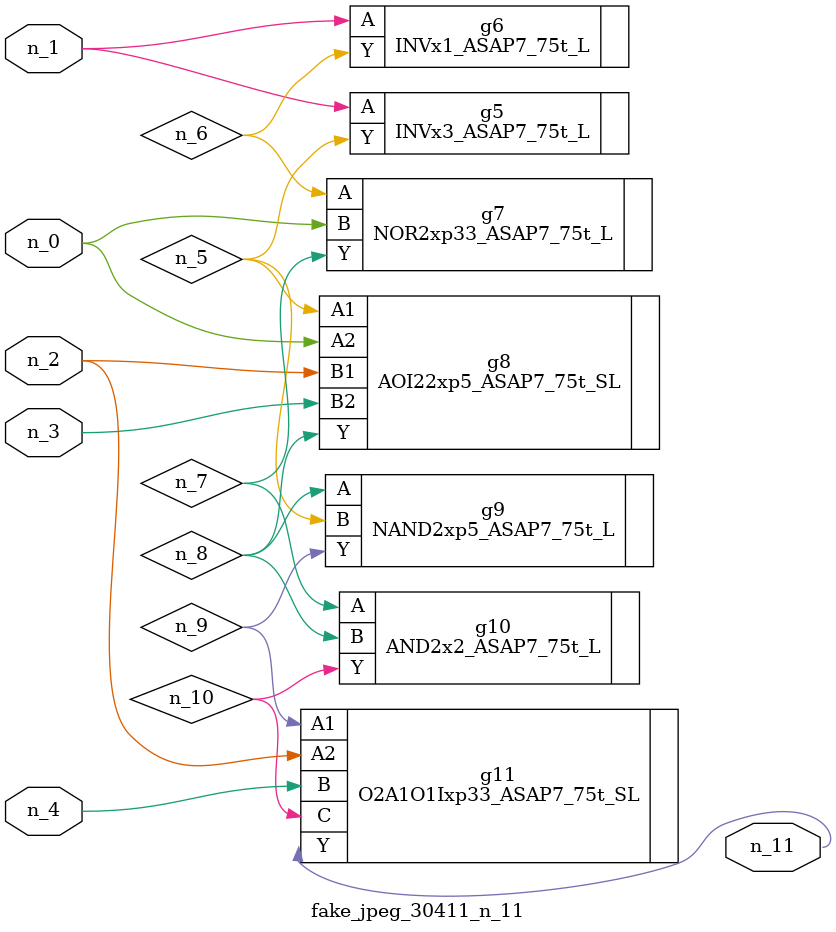
<source format=v>
module fake_jpeg_30411_n_11 (n_3, n_2, n_1, n_0, n_4, n_11);

input n_3;
input n_2;
input n_1;
input n_0;
input n_4;

output n_11;

wire n_10;
wire n_8;
wire n_9;
wire n_6;
wire n_5;
wire n_7;

INVx3_ASAP7_75t_L g5 ( 
.A(n_1),
.Y(n_5)
);

INVx1_ASAP7_75t_L g6 ( 
.A(n_1),
.Y(n_6)
);

NOR2xp33_ASAP7_75t_L g7 ( 
.A(n_6),
.B(n_0),
.Y(n_7)
);

AND2x2_ASAP7_75t_L g10 ( 
.A(n_7),
.B(n_8),
.Y(n_10)
);

AOI22xp5_ASAP7_75t_SL g8 ( 
.A1(n_5),
.A2(n_0),
.B1(n_2),
.B2(n_3),
.Y(n_8)
);

NAND2xp5_ASAP7_75t_L g9 ( 
.A(n_8),
.B(n_5),
.Y(n_9)
);

O2A1O1Ixp33_ASAP7_75t_SL g11 ( 
.A1(n_9),
.A2(n_2),
.B(n_4),
.C(n_10),
.Y(n_11)
);


endmodule
</source>
